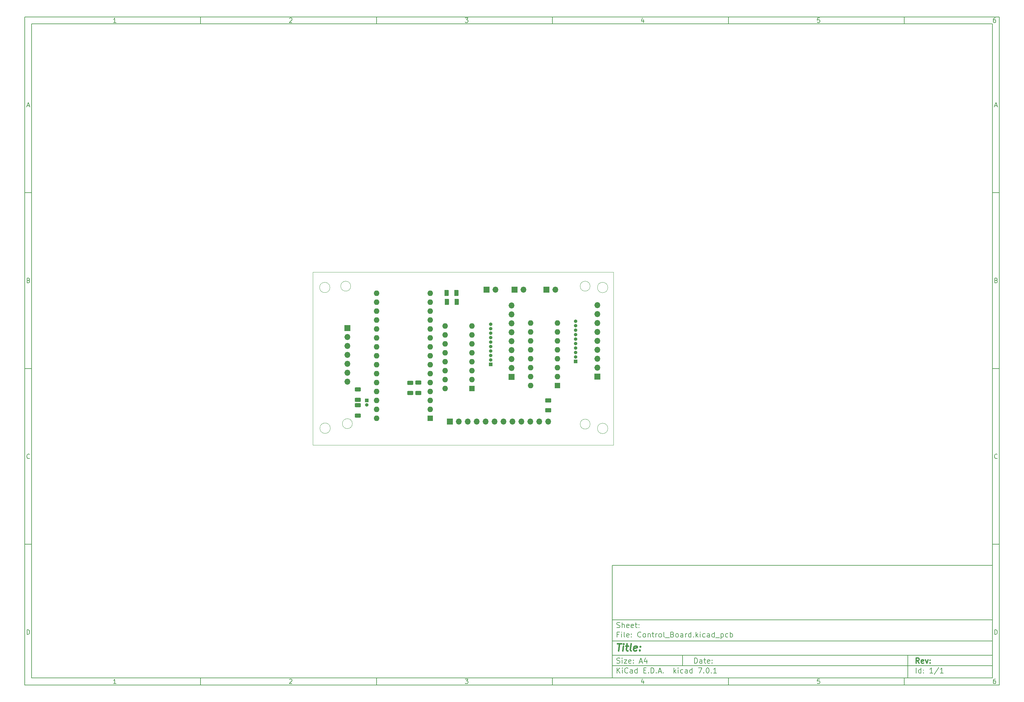
<source format=gbr>
%TF.GenerationSoftware,KiCad,Pcbnew,7.0.1*%
%TF.CreationDate,2023-10-26T15:35:36+00:00*%
%TF.ProjectId,Control_Board,436f6e74-726f-46c5-9f42-6f6172642e6b,rev?*%
%TF.SameCoordinates,Original*%
%TF.FileFunction,Soldermask,Top*%
%TF.FilePolarity,Negative*%
%FSLAX45Y45*%
G04 Gerber Fmt 4.5, Leading zero omitted, Abs format (unit mm)*
G04 Created by KiCad (PCBNEW 7.0.1) date 2023-10-26 15:35:36*
%MOMM*%
%LPD*%
G01*
G04 APERTURE LIST*
G04 Aperture macros list*
%AMRoundRect*
0 Rectangle with rounded corners*
0 $1 Rounding radius*
0 $2 $3 $4 $5 $6 $7 $8 $9 X,Y pos of 4 corners*
0 Add a 4 corners polygon primitive as box body*
4,1,4,$2,$3,$4,$5,$6,$7,$8,$9,$2,$3,0*
0 Add four circle primitives for the rounded corners*
1,1,$1+$1,$2,$3*
1,1,$1+$1,$4,$5*
1,1,$1+$1,$6,$7*
1,1,$1+$1,$8,$9*
0 Add four rect primitives between the rounded corners*
20,1,$1+$1,$2,$3,$4,$5,0*
20,1,$1+$1,$4,$5,$6,$7,0*
20,1,$1+$1,$6,$7,$8,$9,0*
20,1,$1+$1,$8,$9,$2,$3,0*%
G04 Aperture macros list end*
%ADD10C,0.100000*%
%ADD11C,0.150000*%
%ADD12C,0.300000*%
%ADD13C,0.400000*%
%ADD14RoundRect,0.250000X0.625000X-0.312500X0.625000X0.312500X-0.625000X0.312500X-0.625000X-0.312500X0*%
%ADD15RoundRect,0.250000X-0.625000X0.312500X-0.625000X-0.312500X0.625000X-0.312500X0.625000X0.312500X0*%
%ADD16R,1.600000X1.600000*%
%ADD17O,1.600000X1.600000*%
%ADD18R,1.000000X1.000000*%
%ADD19O,1.000000X1.000000*%
%ADD20RoundRect,0.250000X0.375000X0.625000X-0.375000X0.625000X-0.375000X-0.625000X0.375000X-0.625000X0*%
%ADD21RoundRect,0.250000X0.625000X-0.375000X0.625000X0.375000X-0.625000X0.375000X-0.625000X-0.375000X0*%
%ADD22R,1.700000X1.700000*%
%ADD23O,1.700000X1.700000*%
%TA.AperFunction,Profile*%
%ADD24C,0.100000*%
%TD*%
G04 APERTURE END LIST*
D10*
D11*
X17700220Y-16600720D02*
X28500220Y-16600720D01*
X28500220Y-19800720D01*
X17700220Y-19800720D01*
X17700220Y-16600720D01*
D10*
D11*
X1000000Y-1000000D02*
X28700220Y-1000000D01*
X28700220Y-20000720D01*
X1000000Y-20000720D01*
X1000000Y-1000000D01*
D10*
D11*
X1200000Y-1200000D02*
X28500220Y-1200000D01*
X28500220Y-19800720D01*
X1200000Y-19800720D01*
X1200000Y-1200000D01*
D10*
D11*
X6000000Y-1200000D02*
X6000000Y-1000000D01*
D10*
D11*
X11000000Y-1200000D02*
X11000000Y-1000000D01*
D10*
D11*
X16000000Y-1200000D02*
X16000000Y-1000000D01*
D10*
D11*
X21000000Y-1200000D02*
X21000000Y-1000000D01*
D10*
D11*
X26000000Y-1200000D02*
X26000000Y-1000000D01*
D10*
D11*
X3599048Y-1160140D02*
X3524762Y-1160140D01*
X3561905Y-1160140D02*
X3561905Y-1030140D01*
X3561905Y-1030140D02*
X3549524Y-1048712D01*
X3549524Y-1048712D02*
X3537143Y-1061093D01*
X3537143Y-1061093D02*
X3524762Y-1067283D01*
D10*
D11*
X8524762Y-1042521D02*
X8530952Y-1036331D01*
X8530952Y-1036331D02*
X8543333Y-1030140D01*
X8543333Y-1030140D02*
X8574286Y-1030140D01*
X8574286Y-1030140D02*
X8586667Y-1036331D01*
X8586667Y-1036331D02*
X8592857Y-1042521D01*
X8592857Y-1042521D02*
X8599048Y-1054902D01*
X8599048Y-1054902D02*
X8599048Y-1067283D01*
X8599048Y-1067283D02*
X8592857Y-1085855D01*
X8592857Y-1085855D02*
X8518571Y-1160140D01*
X8518571Y-1160140D02*
X8599048Y-1160140D01*
D10*
D11*
X13518571Y-1030140D02*
X13599048Y-1030140D01*
X13599048Y-1030140D02*
X13555714Y-1079664D01*
X13555714Y-1079664D02*
X13574286Y-1079664D01*
X13574286Y-1079664D02*
X13586667Y-1085855D01*
X13586667Y-1085855D02*
X13592857Y-1092045D01*
X13592857Y-1092045D02*
X13599048Y-1104426D01*
X13599048Y-1104426D02*
X13599048Y-1135379D01*
X13599048Y-1135379D02*
X13592857Y-1147760D01*
X13592857Y-1147760D02*
X13586667Y-1153950D01*
X13586667Y-1153950D02*
X13574286Y-1160140D01*
X13574286Y-1160140D02*
X13537143Y-1160140D01*
X13537143Y-1160140D02*
X13524762Y-1153950D01*
X13524762Y-1153950D02*
X13518571Y-1147760D01*
D10*
D11*
X18586667Y-1073474D02*
X18586667Y-1160140D01*
X18555714Y-1023950D02*
X18524762Y-1116807D01*
X18524762Y-1116807D02*
X18605238Y-1116807D01*
D10*
D11*
X23592857Y-1030140D02*
X23530952Y-1030140D01*
X23530952Y-1030140D02*
X23524762Y-1092045D01*
X23524762Y-1092045D02*
X23530952Y-1085855D01*
X23530952Y-1085855D02*
X23543333Y-1079664D01*
X23543333Y-1079664D02*
X23574286Y-1079664D01*
X23574286Y-1079664D02*
X23586667Y-1085855D01*
X23586667Y-1085855D02*
X23592857Y-1092045D01*
X23592857Y-1092045D02*
X23599048Y-1104426D01*
X23599048Y-1104426D02*
X23599048Y-1135379D01*
X23599048Y-1135379D02*
X23592857Y-1147760D01*
X23592857Y-1147760D02*
X23586667Y-1153950D01*
X23586667Y-1153950D02*
X23574286Y-1160140D01*
X23574286Y-1160140D02*
X23543333Y-1160140D01*
X23543333Y-1160140D02*
X23530952Y-1153950D01*
X23530952Y-1153950D02*
X23524762Y-1147760D01*
D10*
D11*
X28586667Y-1030140D02*
X28561905Y-1030140D01*
X28561905Y-1030140D02*
X28549524Y-1036331D01*
X28549524Y-1036331D02*
X28543333Y-1042521D01*
X28543333Y-1042521D02*
X28530952Y-1061093D01*
X28530952Y-1061093D02*
X28524762Y-1085855D01*
X28524762Y-1085855D02*
X28524762Y-1135379D01*
X28524762Y-1135379D02*
X28530952Y-1147760D01*
X28530952Y-1147760D02*
X28537143Y-1153950D01*
X28537143Y-1153950D02*
X28549524Y-1160140D01*
X28549524Y-1160140D02*
X28574286Y-1160140D01*
X28574286Y-1160140D02*
X28586667Y-1153950D01*
X28586667Y-1153950D02*
X28592857Y-1147760D01*
X28592857Y-1147760D02*
X28599048Y-1135379D01*
X28599048Y-1135379D02*
X28599048Y-1104426D01*
X28599048Y-1104426D02*
X28592857Y-1092045D01*
X28592857Y-1092045D02*
X28586667Y-1085855D01*
X28586667Y-1085855D02*
X28574286Y-1079664D01*
X28574286Y-1079664D02*
X28549524Y-1079664D01*
X28549524Y-1079664D02*
X28537143Y-1085855D01*
X28537143Y-1085855D02*
X28530952Y-1092045D01*
X28530952Y-1092045D02*
X28524762Y-1104426D01*
D10*
D11*
X6000000Y-19800720D02*
X6000000Y-20000720D01*
D10*
D11*
X11000000Y-19800720D02*
X11000000Y-20000720D01*
D10*
D11*
X16000000Y-19800720D02*
X16000000Y-20000720D01*
D10*
D11*
X21000000Y-19800720D02*
X21000000Y-20000720D01*
D10*
D11*
X26000000Y-19800720D02*
X26000000Y-20000720D01*
D10*
D11*
X3599048Y-19960860D02*
X3524762Y-19960860D01*
X3561905Y-19960860D02*
X3561905Y-19830860D01*
X3561905Y-19830860D02*
X3549524Y-19849432D01*
X3549524Y-19849432D02*
X3537143Y-19861813D01*
X3537143Y-19861813D02*
X3524762Y-19868003D01*
D10*
D11*
X8524762Y-19843241D02*
X8530952Y-19837051D01*
X8530952Y-19837051D02*
X8543333Y-19830860D01*
X8543333Y-19830860D02*
X8574286Y-19830860D01*
X8574286Y-19830860D02*
X8586667Y-19837051D01*
X8586667Y-19837051D02*
X8592857Y-19843241D01*
X8592857Y-19843241D02*
X8599048Y-19855622D01*
X8599048Y-19855622D02*
X8599048Y-19868003D01*
X8599048Y-19868003D02*
X8592857Y-19886575D01*
X8592857Y-19886575D02*
X8518571Y-19960860D01*
X8518571Y-19960860D02*
X8599048Y-19960860D01*
D10*
D11*
X13518571Y-19830860D02*
X13599048Y-19830860D01*
X13599048Y-19830860D02*
X13555714Y-19880384D01*
X13555714Y-19880384D02*
X13574286Y-19880384D01*
X13574286Y-19880384D02*
X13586667Y-19886575D01*
X13586667Y-19886575D02*
X13592857Y-19892765D01*
X13592857Y-19892765D02*
X13599048Y-19905146D01*
X13599048Y-19905146D02*
X13599048Y-19936099D01*
X13599048Y-19936099D02*
X13592857Y-19948480D01*
X13592857Y-19948480D02*
X13586667Y-19954670D01*
X13586667Y-19954670D02*
X13574286Y-19960860D01*
X13574286Y-19960860D02*
X13537143Y-19960860D01*
X13537143Y-19960860D02*
X13524762Y-19954670D01*
X13524762Y-19954670D02*
X13518571Y-19948480D01*
D10*
D11*
X18586667Y-19874194D02*
X18586667Y-19960860D01*
X18555714Y-19824670D02*
X18524762Y-19917527D01*
X18524762Y-19917527D02*
X18605238Y-19917527D01*
D10*
D11*
X23592857Y-19830860D02*
X23530952Y-19830860D01*
X23530952Y-19830860D02*
X23524762Y-19892765D01*
X23524762Y-19892765D02*
X23530952Y-19886575D01*
X23530952Y-19886575D02*
X23543333Y-19880384D01*
X23543333Y-19880384D02*
X23574286Y-19880384D01*
X23574286Y-19880384D02*
X23586667Y-19886575D01*
X23586667Y-19886575D02*
X23592857Y-19892765D01*
X23592857Y-19892765D02*
X23599048Y-19905146D01*
X23599048Y-19905146D02*
X23599048Y-19936099D01*
X23599048Y-19936099D02*
X23592857Y-19948480D01*
X23592857Y-19948480D02*
X23586667Y-19954670D01*
X23586667Y-19954670D02*
X23574286Y-19960860D01*
X23574286Y-19960860D02*
X23543333Y-19960860D01*
X23543333Y-19960860D02*
X23530952Y-19954670D01*
X23530952Y-19954670D02*
X23524762Y-19948480D01*
D10*
D11*
X28586667Y-19830860D02*
X28561905Y-19830860D01*
X28561905Y-19830860D02*
X28549524Y-19837051D01*
X28549524Y-19837051D02*
X28543333Y-19843241D01*
X28543333Y-19843241D02*
X28530952Y-19861813D01*
X28530952Y-19861813D02*
X28524762Y-19886575D01*
X28524762Y-19886575D02*
X28524762Y-19936099D01*
X28524762Y-19936099D02*
X28530952Y-19948480D01*
X28530952Y-19948480D02*
X28537143Y-19954670D01*
X28537143Y-19954670D02*
X28549524Y-19960860D01*
X28549524Y-19960860D02*
X28574286Y-19960860D01*
X28574286Y-19960860D02*
X28586667Y-19954670D01*
X28586667Y-19954670D02*
X28592857Y-19948480D01*
X28592857Y-19948480D02*
X28599048Y-19936099D01*
X28599048Y-19936099D02*
X28599048Y-19905146D01*
X28599048Y-19905146D02*
X28592857Y-19892765D01*
X28592857Y-19892765D02*
X28586667Y-19886575D01*
X28586667Y-19886575D02*
X28574286Y-19880384D01*
X28574286Y-19880384D02*
X28549524Y-19880384D01*
X28549524Y-19880384D02*
X28537143Y-19886575D01*
X28537143Y-19886575D02*
X28530952Y-19892765D01*
X28530952Y-19892765D02*
X28524762Y-19905146D01*
D10*
D11*
X1000000Y-6000000D02*
X1200000Y-6000000D01*
D10*
D11*
X1000000Y-11000000D02*
X1200000Y-11000000D01*
D10*
D11*
X1000000Y-16000000D02*
X1200000Y-16000000D01*
D10*
D11*
X1069048Y-3522998D02*
X1130952Y-3522998D01*
X1056667Y-3560140D02*
X1100000Y-3430140D01*
X1100000Y-3430140D02*
X1143333Y-3560140D01*
D10*
D11*
X1109286Y-8492045D02*
X1127857Y-8498236D01*
X1127857Y-8498236D02*
X1134048Y-8504426D01*
X1134048Y-8504426D02*
X1140238Y-8516807D01*
X1140238Y-8516807D02*
X1140238Y-8535379D01*
X1140238Y-8535379D02*
X1134048Y-8547760D01*
X1134048Y-8547760D02*
X1127857Y-8553950D01*
X1127857Y-8553950D02*
X1115476Y-8560140D01*
X1115476Y-8560140D02*
X1065952Y-8560140D01*
X1065952Y-8560140D02*
X1065952Y-8430140D01*
X1065952Y-8430140D02*
X1109286Y-8430140D01*
X1109286Y-8430140D02*
X1121667Y-8436331D01*
X1121667Y-8436331D02*
X1127857Y-8442521D01*
X1127857Y-8442521D02*
X1134048Y-8454902D01*
X1134048Y-8454902D02*
X1134048Y-8467283D01*
X1134048Y-8467283D02*
X1127857Y-8479664D01*
X1127857Y-8479664D02*
X1121667Y-8485855D01*
X1121667Y-8485855D02*
X1109286Y-8492045D01*
X1109286Y-8492045D02*
X1065952Y-8492045D01*
D10*
D11*
X1140238Y-13547759D02*
X1134048Y-13553950D01*
X1134048Y-13553950D02*
X1115476Y-13560140D01*
X1115476Y-13560140D02*
X1103095Y-13560140D01*
X1103095Y-13560140D02*
X1084524Y-13553950D01*
X1084524Y-13553950D02*
X1072143Y-13541569D01*
X1072143Y-13541569D02*
X1065952Y-13529188D01*
X1065952Y-13529188D02*
X1059762Y-13504426D01*
X1059762Y-13504426D02*
X1059762Y-13485855D01*
X1059762Y-13485855D02*
X1065952Y-13461093D01*
X1065952Y-13461093D02*
X1072143Y-13448712D01*
X1072143Y-13448712D02*
X1084524Y-13436331D01*
X1084524Y-13436331D02*
X1103095Y-13430140D01*
X1103095Y-13430140D02*
X1115476Y-13430140D01*
X1115476Y-13430140D02*
X1134048Y-13436331D01*
X1134048Y-13436331D02*
X1140238Y-13442521D01*
D10*
D11*
X1065952Y-18560140D02*
X1065952Y-18430140D01*
X1065952Y-18430140D02*
X1096905Y-18430140D01*
X1096905Y-18430140D02*
X1115476Y-18436331D01*
X1115476Y-18436331D02*
X1127857Y-18448712D01*
X1127857Y-18448712D02*
X1134048Y-18461093D01*
X1134048Y-18461093D02*
X1140238Y-18485855D01*
X1140238Y-18485855D02*
X1140238Y-18504426D01*
X1140238Y-18504426D02*
X1134048Y-18529188D01*
X1134048Y-18529188D02*
X1127857Y-18541569D01*
X1127857Y-18541569D02*
X1115476Y-18553950D01*
X1115476Y-18553950D02*
X1096905Y-18560140D01*
X1096905Y-18560140D02*
X1065952Y-18560140D01*
D10*
D11*
X28700220Y-6000000D02*
X28500220Y-6000000D01*
D10*
D11*
X28700220Y-11000000D02*
X28500220Y-11000000D01*
D10*
D11*
X28700220Y-16000000D02*
X28500220Y-16000000D01*
D10*
D11*
X28569268Y-3522998D02*
X28631172Y-3522998D01*
X28556887Y-3560140D02*
X28600220Y-3430140D01*
X28600220Y-3430140D02*
X28643553Y-3560140D01*
D10*
D11*
X28609506Y-8492045D02*
X28628077Y-8498236D01*
X28628077Y-8498236D02*
X28634268Y-8504426D01*
X28634268Y-8504426D02*
X28640458Y-8516807D01*
X28640458Y-8516807D02*
X28640458Y-8535379D01*
X28640458Y-8535379D02*
X28634268Y-8547760D01*
X28634268Y-8547760D02*
X28628077Y-8553950D01*
X28628077Y-8553950D02*
X28615696Y-8560140D01*
X28615696Y-8560140D02*
X28566172Y-8560140D01*
X28566172Y-8560140D02*
X28566172Y-8430140D01*
X28566172Y-8430140D02*
X28609506Y-8430140D01*
X28609506Y-8430140D02*
X28621887Y-8436331D01*
X28621887Y-8436331D02*
X28628077Y-8442521D01*
X28628077Y-8442521D02*
X28634268Y-8454902D01*
X28634268Y-8454902D02*
X28634268Y-8467283D01*
X28634268Y-8467283D02*
X28628077Y-8479664D01*
X28628077Y-8479664D02*
X28621887Y-8485855D01*
X28621887Y-8485855D02*
X28609506Y-8492045D01*
X28609506Y-8492045D02*
X28566172Y-8492045D01*
D10*
D11*
X28640458Y-13547759D02*
X28634268Y-13553950D01*
X28634268Y-13553950D02*
X28615696Y-13560140D01*
X28615696Y-13560140D02*
X28603315Y-13560140D01*
X28603315Y-13560140D02*
X28584744Y-13553950D01*
X28584744Y-13553950D02*
X28572363Y-13541569D01*
X28572363Y-13541569D02*
X28566172Y-13529188D01*
X28566172Y-13529188D02*
X28559982Y-13504426D01*
X28559982Y-13504426D02*
X28559982Y-13485855D01*
X28559982Y-13485855D02*
X28566172Y-13461093D01*
X28566172Y-13461093D02*
X28572363Y-13448712D01*
X28572363Y-13448712D02*
X28584744Y-13436331D01*
X28584744Y-13436331D02*
X28603315Y-13430140D01*
X28603315Y-13430140D02*
X28615696Y-13430140D01*
X28615696Y-13430140D02*
X28634268Y-13436331D01*
X28634268Y-13436331D02*
X28640458Y-13442521D01*
D10*
D11*
X28566172Y-18560140D02*
X28566172Y-18430140D01*
X28566172Y-18430140D02*
X28597125Y-18430140D01*
X28597125Y-18430140D02*
X28615696Y-18436331D01*
X28615696Y-18436331D02*
X28628077Y-18448712D01*
X28628077Y-18448712D02*
X28634268Y-18461093D01*
X28634268Y-18461093D02*
X28640458Y-18485855D01*
X28640458Y-18485855D02*
X28640458Y-18504426D01*
X28640458Y-18504426D02*
X28634268Y-18529188D01*
X28634268Y-18529188D02*
X28628077Y-18541569D01*
X28628077Y-18541569D02*
X28615696Y-18553950D01*
X28615696Y-18553950D02*
X28597125Y-18560140D01*
X28597125Y-18560140D02*
X28566172Y-18560140D01*
D10*
D11*
X20035934Y-19380113D02*
X20035934Y-19230113D01*
X20035934Y-19230113D02*
X20071649Y-19230113D01*
X20071649Y-19230113D02*
X20093077Y-19237256D01*
X20093077Y-19237256D02*
X20107363Y-19251541D01*
X20107363Y-19251541D02*
X20114506Y-19265827D01*
X20114506Y-19265827D02*
X20121649Y-19294399D01*
X20121649Y-19294399D02*
X20121649Y-19315827D01*
X20121649Y-19315827D02*
X20114506Y-19344399D01*
X20114506Y-19344399D02*
X20107363Y-19358684D01*
X20107363Y-19358684D02*
X20093077Y-19372970D01*
X20093077Y-19372970D02*
X20071649Y-19380113D01*
X20071649Y-19380113D02*
X20035934Y-19380113D01*
X20250220Y-19380113D02*
X20250220Y-19301541D01*
X20250220Y-19301541D02*
X20243077Y-19287256D01*
X20243077Y-19287256D02*
X20228791Y-19280113D01*
X20228791Y-19280113D02*
X20200220Y-19280113D01*
X20200220Y-19280113D02*
X20185934Y-19287256D01*
X20250220Y-19372970D02*
X20235934Y-19380113D01*
X20235934Y-19380113D02*
X20200220Y-19380113D01*
X20200220Y-19380113D02*
X20185934Y-19372970D01*
X20185934Y-19372970D02*
X20178791Y-19358684D01*
X20178791Y-19358684D02*
X20178791Y-19344399D01*
X20178791Y-19344399D02*
X20185934Y-19330113D01*
X20185934Y-19330113D02*
X20200220Y-19322970D01*
X20200220Y-19322970D02*
X20235934Y-19322970D01*
X20235934Y-19322970D02*
X20250220Y-19315827D01*
X20300220Y-19280113D02*
X20357363Y-19280113D01*
X20321649Y-19230113D02*
X20321649Y-19358684D01*
X20321649Y-19358684D02*
X20328791Y-19372970D01*
X20328791Y-19372970D02*
X20343077Y-19380113D01*
X20343077Y-19380113D02*
X20357363Y-19380113D01*
X20464506Y-19372970D02*
X20450220Y-19380113D01*
X20450220Y-19380113D02*
X20421649Y-19380113D01*
X20421649Y-19380113D02*
X20407363Y-19372970D01*
X20407363Y-19372970D02*
X20400220Y-19358684D01*
X20400220Y-19358684D02*
X20400220Y-19301541D01*
X20400220Y-19301541D02*
X20407363Y-19287256D01*
X20407363Y-19287256D02*
X20421649Y-19280113D01*
X20421649Y-19280113D02*
X20450220Y-19280113D01*
X20450220Y-19280113D02*
X20464506Y-19287256D01*
X20464506Y-19287256D02*
X20471649Y-19301541D01*
X20471649Y-19301541D02*
X20471649Y-19315827D01*
X20471649Y-19315827D02*
X20400220Y-19330113D01*
X20535934Y-19365827D02*
X20543077Y-19372970D01*
X20543077Y-19372970D02*
X20535934Y-19380113D01*
X20535934Y-19380113D02*
X20528791Y-19372970D01*
X20528791Y-19372970D02*
X20535934Y-19365827D01*
X20535934Y-19365827D02*
X20535934Y-19380113D01*
X20535934Y-19287256D02*
X20543077Y-19294399D01*
X20543077Y-19294399D02*
X20535934Y-19301541D01*
X20535934Y-19301541D02*
X20528791Y-19294399D01*
X20528791Y-19294399D02*
X20535934Y-19287256D01*
X20535934Y-19287256D02*
X20535934Y-19301541D01*
D10*
D11*
X17700220Y-19450720D02*
X28500220Y-19450720D01*
D10*
D11*
X17835934Y-19660113D02*
X17835934Y-19510113D01*
X17921649Y-19660113D02*
X17857363Y-19574399D01*
X17921649Y-19510113D02*
X17835934Y-19595827D01*
X17985934Y-19660113D02*
X17985934Y-19560113D01*
X17985934Y-19510113D02*
X17978791Y-19517256D01*
X17978791Y-19517256D02*
X17985934Y-19524399D01*
X17985934Y-19524399D02*
X17993077Y-19517256D01*
X17993077Y-19517256D02*
X17985934Y-19510113D01*
X17985934Y-19510113D02*
X17985934Y-19524399D01*
X18143077Y-19645827D02*
X18135934Y-19652970D01*
X18135934Y-19652970D02*
X18114506Y-19660113D01*
X18114506Y-19660113D02*
X18100220Y-19660113D01*
X18100220Y-19660113D02*
X18078791Y-19652970D01*
X18078791Y-19652970D02*
X18064506Y-19638684D01*
X18064506Y-19638684D02*
X18057363Y-19624399D01*
X18057363Y-19624399D02*
X18050220Y-19595827D01*
X18050220Y-19595827D02*
X18050220Y-19574399D01*
X18050220Y-19574399D02*
X18057363Y-19545827D01*
X18057363Y-19545827D02*
X18064506Y-19531541D01*
X18064506Y-19531541D02*
X18078791Y-19517256D01*
X18078791Y-19517256D02*
X18100220Y-19510113D01*
X18100220Y-19510113D02*
X18114506Y-19510113D01*
X18114506Y-19510113D02*
X18135934Y-19517256D01*
X18135934Y-19517256D02*
X18143077Y-19524399D01*
X18271649Y-19660113D02*
X18271649Y-19581541D01*
X18271649Y-19581541D02*
X18264506Y-19567256D01*
X18264506Y-19567256D02*
X18250220Y-19560113D01*
X18250220Y-19560113D02*
X18221649Y-19560113D01*
X18221649Y-19560113D02*
X18207363Y-19567256D01*
X18271649Y-19652970D02*
X18257363Y-19660113D01*
X18257363Y-19660113D02*
X18221649Y-19660113D01*
X18221649Y-19660113D02*
X18207363Y-19652970D01*
X18207363Y-19652970D02*
X18200220Y-19638684D01*
X18200220Y-19638684D02*
X18200220Y-19624399D01*
X18200220Y-19624399D02*
X18207363Y-19610113D01*
X18207363Y-19610113D02*
X18221649Y-19602970D01*
X18221649Y-19602970D02*
X18257363Y-19602970D01*
X18257363Y-19602970D02*
X18271649Y-19595827D01*
X18407363Y-19660113D02*
X18407363Y-19510113D01*
X18407363Y-19652970D02*
X18393077Y-19660113D01*
X18393077Y-19660113D02*
X18364506Y-19660113D01*
X18364506Y-19660113D02*
X18350220Y-19652970D01*
X18350220Y-19652970D02*
X18343077Y-19645827D01*
X18343077Y-19645827D02*
X18335934Y-19631541D01*
X18335934Y-19631541D02*
X18335934Y-19588684D01*
X18335934Y-19588684D02*
X18343077Y-19574399D01*
X18343077Y-19574399D02*
X18350220Y-19567256D01*
X18350220Y-19567256D02*
X18364506Y-19560113D01*
X18364506Y-19560113D02*
X18393077Y-19560113D01*
X18393077Y-19560113D02*
X18407363Y-19567256D01*
X18593077Y-19581541D02*
X18643077Y-19581541D01*
X18664506Y-19660113D02*
X18593077Y-19660113D01*
X18593077Y-19660113D02*
X18593077Y-19510113D01*
X18593077Y-19510113D02*
X18664506Y-19510113D01*
X18728791Y-19645827D02*
X18735934Y-19652970D01*
X18735934Y-19652970D02*
X18728791Y-19660113D01*
X18728791Y-19660113D02*
X18721649Y-19652970D01*
X18721649Y-19652970D02*
X18728791Y-19645827D01*
X18728791Y-19645827D02*
X18728791Y-19660113D01*
X18800220Y-19660113D02*
X18800220Y-19510113D01*
X18800220Y-19510113D02*
X18835934Y-19510113D01*
X18835934Y-19510113D02*
X18857363Y-19517256D01*
X18857363Y-19517256D02*
X18871649Y-19531541D01*
X18871649Y-19531541D02*
X18878792Y-19545827D01*
X18878792Y-19545827D02*
X18885934Y-19574399D01*
X18885934Y-19574399D02*
X18885934Y-19595827D01*
X18885934Y-19595827D02*
X18878792Y-19624399D01*
X18878792Y-19624399D02*
X18871649Y-19638684D01*
X18871649Y-19638684D02*
X18857363Y-19652970D01*
X18857363Y-19652970D02*
X18835934Y-19660113D01*
X18835934Y-19660113D02*
X18800220Y-19660113D01*
X18950220Y-19645827D02*
X18957363Y-19652970D01*
X18957363Y-19652970D02*
X18950220Y-19660113D01*
X18950220Y-19660113D02*
X18943077Y-19652970D01*
X18943077Y-19652970D02*
X18950220Y-19645827D01*
X18950220Y-19645827D02*
X18950220Y-19660113D01*
X19014506Y-19617256D02*
X19085934Y-19617256D01*
X19000220Y-19660113D02*
X19050220Y-19510113D01*
X19050220Y-19510113D02*
X19100220Y-19660113D01*
X19150220Y-19645827D02*
X19157363Y-19652970D01*
X19157363Y-19652970D02*
X19150220Y-19660113D01*
X19150220Y-19660113D02*
X19143077Y-19652970D01*
X19143077Y-19652970D02*
X19150220Y-19645827D01*
X19150220Y-19645827D02*
X19150220Y-19660113D01*
X19450220Y-19660113D02*
X19450220Y-19510113D01*
X19464506Y-19602970D02*
X19507363Y-19660113D01*
X19507363Y-19560113D02*
X19450220Y-19617256D01*
X19571649Y-19660113D02*
X19571649Y-19560113D01*
X19571649Y-19510113D02*
X19564506Y-19517256D01*
X19564506Y-19517256D02*
X19571649Y-19524399D01*
X19571649Y-19524399D02*
X19578792Y-19517256D01*
X19578792Y-19517256D02*
X19571649Y-19510113D01*
X19571649Y-19510113D02*
X19571649Y-19524399D01*
X19707363Y-19652970D02*
X19693077Y-19660113D01*
X19693077Y-19660113D02*
X19664506Y-19660113D01*
X19664506Y-19660113D02*
X19650220Y-19652970D01*
X19650220Y-19652970D02*
X19643077Y-19645827D01*
X19643077Y-19645827D02*
X19635934Y-19631541D01*
X19635934Y-19631541D02*
X19635934Y-19588684D01*
X19635934Y-19588684D02*
X19643077Y-19574399D01*
X19643077Y-19574399D02*
X19650220Y-19567256D01*
X19650220Y-19567256D02*
X19664506Y-19560113D01*
X19664506Y-19560113D02*
X19693077Y-19560113D01*
X19693077Y-19560113D02*
X19707363Y-19567256D01*
X19835934Y-19660113D02*
X19835934Y-19581541D01*
X19835934Y-19581541D02*
X19828792Y-19567256D01*
X19828792Y-19567256D02*
X19814506Y-19560113D01*
X19814506Y-19560113D02*
X19785934Y-19560113D01*
X19785934Y-19560113D02*
X19771649Y-19567256D01*
X19835934Y-19652970D02*
X19821649Y-19660113D01*
X19821649Y-19660113D02*
X19785934Y-19660113D01*
X19785934Y-19660113D02*
X19771649Y-19652970D01*
X19771649Y-19652970D02*
X19764506Y-19638684D01*
X19764506Y-19638684D02*
X19764506Y-19624399D01*
X19764506Y-19624399D02*
X19771649Y-19610113D01*
X19771649Y-19610113D02*
X19785934Y-19602970D01*
X19785934Y-19602970D02*
X19821649Y-19602970D01*
X19821649Y-19602970D02*
X19835934Y-19595827D01*
X19971649Y-19660113D02*
X19971649Y-19510113D01*
X19971649Y-19652970D02*
X19957363Y-19660113D01*
X19957363Y-19660113D02*
X19928792Y-19660113D01*
X19928792Y-19660113D02*
X19914506Y-19652970D01*
X19914506Y-19652970D02*
X19907363Y-19645827D01*
X19907363Y-19645827D02*
X19900220Y-19631541D01*
X19900220Y-19631541D02*
X19900220Y-19588684D01*
X19900220Y-19588684D02*
X19907363Y-19574399D01*
X19907363Y-19574399D02*
X19914506Y-19567256D01*
X19914506Y-19567256D02*
X19928792Y-19560113D01*
X19928792Y-19560113D02*
X19957363Y-19560113D01*
X19957363Y-19560113D02*
X19971649Y-19567256D01*
X20143077Y-19510113D02*
X20243077Y-19510113D01*
X20243077Y-19510113D02*
X20178792Y-19660113D01*
X20300220Y-19645827D02*
X20307363Y-19652970D01*
X20307363Y-19652970D02*
X20300220Y-19660113D01*
X20300220Y-19660113D02*
X20293077Y-19652970D01*
X20293077Y-19652970D02*
X20300220Y-19645827D01*
X20300220Y-19645827D02*
X20300220Y-19660113D01*
X20400220Y-19510113D02*
X20414506Y-19510113D01*
X20414506Y-19510113D02*
X20428792Y-19517256D01*
X20428792Y-19517256D02*
X20435934Y-19524399D01*
X20435934Y-19524399D02*
X20443077Y-19538684D01*
X20443077Y-19538684D02*
X20450220Y-19567256D01*
X20450220Y-19567256D02*
X20450220Y-19602970D01*
X20450220Y-19602970D02*
X20443077Y-19631541D01*
X20443077Y-19631541D02*
X20435934Y-19645827D01*
X20435934Y-19645827D02*
X20428792Y-19652970D01*
X20428792Y-19652970D02*
X20414506Y-19660113D01*
X20414506Y-19660113D02*
X20400220Y-19660113D01*
X20400220Y-19660113D02*
X20385934Y-19652970D01*
X20385934Y-19652970D02*
X20378792Y-19645827D01*
X20378792Y-19645827D02*
X20371649Y-19631541D01*
X20371649Y-19631541D02*
X20364506Y-19602970D01*
X20364506Y-19602970D02*
X20364506Y-19567256D01*
X20364506Y-19567256D02*
X20371649Y-19538684D01*
X20371649Y-19538684D02*
X20378792Y-19524399D01*
X20378792Y-19524399D02*
X20385934Y-19517256D01*
X20385934Y-19517256D02*
X20400220Y-19510113D01*
X20514506Y-19645827D02*
X20521649Y-19652970D01*
X20521649Y-19652970D02*
X20514506Y-19660113D01*
X20514506Y-19660113D02*
X20507363Y-19652970D01*
X20507363Y-19652970D02*
X20514506Y-19645827D01*
X20514506Y-19645827D02*
X20514506Y-19660113D01*
X20664506Y-19660113D02*
X20578792Y-19660113D01*
X20621649Y-19660113D02*
X20621649Y-19510113D01*
X20621649Y-19510113D02*
X20607363Y-19531541D01*
X20607363Y-19531541D02*
X20593077Y-19545827D01*
X20593077Y-19545827D02*
X20578792Y-19552970D01*
D10*
D11*
X17700220Y-19150720D02*
X28500220Y-19150720D01*
D10*
D12*
X26421648Y-19380113D02*
X26371648Y-19308684D01*
X26335934Y-19380113D02*
X26335934Y-19230113D01*
X26335934Y-19230113D02*
X26393077Y-19230113D01*
X26393077Y-19230113D02*
X26407363Y-19237256D01*
X26407363Y-19237256D02*
X26414506Y-19244399D01*
X26414506Y-19244399D02*
X26421648Y-19258684D01*
X26421648Y-19258684D02*
X26421648Y-19280113D01*
X26421648Y-19280113D02*
X26414506Y-19294399D01*
X26414506Y-19294399D02*
X26407363Y-19301541D01*
X26407363Y-19301541D02*
X26393077Y-19308684D01*
X26393077Y-19308684D02*
X26335934Y-19308684D01*
X26543077Y-19372970D02*
X26528791Y-19380113D01*
X26528791Y-19380113D02*
X26500220Y-19380113D01*
X26500220Y-19380113D02*
X26485934Y-19372970D01*
X26485934Y-19372970D02*
X26478791Y-19358684D01*
X26478791Y-19358684D02*
X26478791Y-19301541D01*
X26478791Y-19301541D02*
X26485934Y-19287256D01*
X26485934Y-19287256D02*
X26500220Y-19280113D01*
X26500220Y-19280113D02*
X26528791Y-19280113D01*
X26528791Y-19280113D02*
X26543077Y-19287256D01*
X26543077Y-19287256D02*
X26550220Y-19301541D01*
X26550220Y-19301541D02*
X26550220Y-19315827D01*
X26550220Y-19315827D02*
X26478791Y-19330113D01*
X26600220Y-19280113D02*
X26635934Y-19380113D01*
X26635934Y-19380113D02*
X26671648Y-19280113D01*
X26728791Y-19365827D02*
X26735934Y-19372970D01*
X26735934Y-19372970D02*
X26728791Y-19380113D01*
X26728791Y-19380113D02*
X26721648Y-19372970D01*
X26721648Y-19372970D02*
X26728791Y-19365827D01*
X26728791Y-19365827D02*
X26728791Y-19380113D01*
X26728791Y-19287256D02*
X26735934Y-19294399D01*
X26735934Y-19294399D02*
X26728791Y-19301541D01*
X26728791Y-19301541D02*
X26721648Y-19294399D01*
X26721648Y-19294399D02*
X26728791Y-19287256D01*
X26728791Y-19287256D02*
X26728791Y-19301541D01*
D10*
D11*
X17828791Y-19372970D02*
X17850220Y-19380113D01*
X17850220Y-19380113D02*
X17885934Y-19380113D01*
X17885934Y-19380113D02*
X17900220Y-19372970D01*
X17900220Y-19372970D02*
X17907363Y-19365827D01*
X17907363Y-19365827D02*
X17914506Y-19351541D01*
X17914506Y-19351541D02*
X17914506Y-19337256D01*
X17914506Y-19337256D02*
X17907363Y-19322970D01*
X17907363Y-19322970D02*
X17900220Y-19315827D01*
X17900220Y-19315827D02*
X17885934Y-19308684D01*
X17885934Y-19308684D02*
X17857363Y-19301541D01*
X17857363Y-19301541D02*
X17843077Y-19294399D01*
X17843077Y-19294399D02*
X17835934Y-19287256D01*
X17835934Y-19287256D02*
X17828791Y-19272970D01*
X17828791Y-19272970D02*
X17828791Y-19258684D01*
X17828791Y-19258684D02*
X17835934Y-19244399D01*
X17835934Y-19244399D02*
X17843077Y-19237256D01*
X17843077Y-19237256D02*
X17857363Y-19230113D01*
X17857363Y-19230113D02*
X17893077Y-19230113D01*
X17893077Y-19230113D02*
X17914506Y-19237256D01*
X17978791Y-19380113D02*
X17978791Y-19280113D01*
X17978791Y-19230113D02*
X17971649Y-19237256D01*
X17971649Y-19237256D02*
X17978791Y-19244399D01*
X17978791Y-19244399D02*
X17985934Y-19237256D01*
X17985934Y-19237256D02*
X17978791Y-19230113D01*
X17978791Y-19230113D02*
X17978791Y-19244399D01*
X18035934Y-19280113D02*
X18114506Y-19280113D01*
X18114506Y-19280113D02*
X18035934Y-19380113D01*
X18035934Y-19380113D02*
X18114506Y-19380113D01*
X18228791Y-19372970D02*
X18214506Y-19380113D01*
X18214506Y-19380113D02*
X18185934Y-19380113D01*
X18185934Y-19380113D02*
X18171649Y-19372970D01*
X18171649Y-19372970D02*
X18164506Y-19358684D01*
X18164506Y-19358684D02*
X18164506Y-19301541D01*
X18164506Y-19301541D02*
X18171649Y-19287256D01*
X18171649Y-19287256D02*
X18185934Y-19280113D01*
X18185934Y-19280113D02*
X18214506Y-19280113D01*
X18214506Y-19280113D02*
X18228791Y-19287256D01*
X18228791Y-19287256D02*
X18235934Y-19301541D01*
X18235934Y-19301541D02*
X18235934Y-19315827D01*
X18235934Y-19315827D02*
X18164506Y-19330113D01*
X18300220Y-19365827D02*
X18307363Y-19372970D01*
X18307363Y-19372970D02*
X18300220Y-19380113D01*
X18300220Y-19380113D02*
X18293077Y-19372970D01*
X18293077Y-19372970D02*
X18300220Y-19365827D01*
X18300220Y-19365827D02*
X18300220Y-19380113D01*
X18300220Y-19287256D02*
X18307363Y-19294399D01*
X18307363Y-19294399D02*
X18300220Y-19301541D01*
X18300220Y-19301541D02*
X18293077Y-19294399D01*
X18293077Y-19294399D02*
X18300220Y-19287256D01*
X18300220Y-19287256D02*
X18300220Y-19301541D01*
X18478791Y-19337256D02*
X18550220Y-19337256D01*
X18464506Y-19380113D02*
X18514506Y-19230113D01*
X18514506Y-19230113D02*
X18564506Y-19380113D01*
X18678791Y-19280113D02*
X18678791Y-19380113D01*
X18643077Y-19222970D02*
X18607363Y-19330113D01*
X18607363Y-19330113D02*
X18700220Y-19330113D01*
D10*
D11*
X26335934Y-19660113D02*
X26335934Y-19510113D01*
X26471649Y-19660113D02*
X26471649Y-19510113D01*
X26471649Y-19652970D02*
X26457363Y-19660113D01*
X26457363Y-19660113D02*
X26428791Y-19660113D01*
X26428791Y-19660113D02*
X26414506Y-19652970D01*
X26414506Y-19652970D02*
X26407363Y-19645827D01*
X26407363Y-19645827D02*
X26400220Y-19631541D01*
X26400220Y-19631541D02*
X26400220Y-19588684D01*
X26400220Y-19588684D02*
X26407363Y-19574399D01*
X26407363Y-19574399D02*
X26414506Y-19567256D01*
X26414506Y-19567256D02*
X26428791Y-19560113D01*
X26428791Y-19560113D02*
X26457363Y-19560113D01*
X26457363Y-19560113D02*
X26471649Y-19567256D01*
X26543077Y-19645827D02*
X26550220Y-19652970D01*
X26550220Y-19652970D02*
X26543077Y-19660113D01*
X26543077Y-19660113D02*
X26535934Y-19652970D01*
X26535934Y-19652970D02*
X26543077Y-19645827D01*
X26543077Y-19645827D02*
X26543077Y-19660113D01*
X26543077Y-19567256D02*
X26550220Y-19574399D01*
X26550220Y-19574399D02*
X26543077Y-19581541D01*
X26543077Y-19581541D02*
X26535934Y-19574399D01*
X26535934Y-19574399D02*
X26543077Y-19567256D01*
X26543077Y-19567256D02*
X26543077Y-19581541D01*
X26807363Y-19660113D02*
X26721649Y-19660113D01*
X26764506Y-19660113D02*
X26764506Y-19510113D01*
X26764506Y-19510113D02*
X26750220Y-19531541D01*
X26750220Y-19531541D02*
X26735934Y-19545827D01*
X26735934Y-19545827D02*
X26721649Y-19552970D01*
X26978791Y-19502970D02*
X26850220Y-19695827D01*
X27107363Y-19660113D02*
X27021649Y-19660113D01*
X27064506Y-19660113D02*
X27064506Y-19510113D01*
X27064506Y-19510113D02*
X27050220Y-19531541D01*
X27050220Y-19531541D02*
X27035934Y-19545827D01*
X27035934Y-19545827D02*
X27021649Y-19552970D01*
D10*
D11*
X17700220Y-18750720D02*
X28500220Y-18750720D01*
D10*
D13*
X17843077Y-18823244D02*
X17957363Y-18823244D01*
X17875220Y-19023244D02*
X17900220Y-18823244D01*
X17997839Y-19023244D02*
X18014506Y-18889910D01*
X18022839Y-18823244D02*
X18012125Y-18832768D01*
X18012125Y-18832768D02*
X18020458Y-18842291D01*
X18020458Y-18842291D02*
X18031172Y-18832768D01*
X18031172Y-18832768D02*
X18022839Y-18823244D01*
X18022839Y-18823244D02*
X18020458Y-18842291D01*
X18079982Y-18889910D02*
X18156172Y-18889910D01*
X18116887Y-18823244D02*
X18095458Y-18994672D01*
X18095458Y-18994672D02*
X18102601Y-19013720D01*
X18102601Y-19013720D02*
X18120458Y-19023244D01*
X18120458Y-19023244D02*
X18139506Y-19023244D01*
X18233553Y-19023244D02*
X18215696Y-19013720D01*
X18215696Y-19013720D02*
X18208553Y-18994672D01*
X18208553Y-18994672D02*
X18229982Y-18823244D01*
X18385934Y-19013720D02*
X18365696Y-19023244D01*
X18365696Y-19023244D02*
X18327601Y-19023244D01*
X18327601Y-19023244D02*
X18309744Y-19013720D01*
X18309744Y-19013720D02*
X18302601Y-18994672D01*
X18302601Y-18994672D02*
X18312125Y-18918482D01*
X18312125Y-18918482D02*
X18324029Y-18899434D01*
X18324029Y-18899434D02*
X18344268Y-18889910D01*
X18344268Y-18889910D02*
X18382363Y-18889910D01*
X18382363Y-18889910D02*
X18400220Y-18899434D01*
X18400220Y-18899434D02*
X18407363Y-18918482D01*
X18407363Y-18918482D02*
X18404982Y-18937530D01*
X18404982Y-18937530D02*
X18307363Y-18956577D01*
X18481172Y-19004196D02*
X18489506Y-19013720D01*
X18489506Y-19013720D02*
X18478791Y-19023244D01*
X18478791Y-19023244D02*
X18470458Y-19013720D01*
X18470458Y-19013720D02*
X18481172Y-19004196D01*
X18481172Y-19004196D02*
X18478791Y-19023244D01*
X18494268Y-18899434D02*
X18502601Y-18908958D01*
X18502601Y-18908958D02*
X18491887Y-18918482D01*
X18491887Y-18918482D02*
X18483553Y-18908958D01*
X18483553Y-18908958D02*
X18494268Y-18899434D01*
X18494268Y-18899434D02*
X18491887Y-18918482D01*
D10*
D11*
X17885934Y-18561541D02*
X17835934Y-18561541D01*
X17835934Y-18640113D02*
X17835934Y-18490113D01*
X17835934Y-18490113D02*
X17907363Y-18490113D01*
X17964506Y-18640113D02*
X17964506Y-18540113D01*
X17964506Y-18490113D02*
X17957363Y-18497256D01*
X17957363Y-18497256D02*
X17964506Y-18504399D01*
X17964506Y-18504399D02*
X17971649Y-18497256D01*
X17971649Y-18497256D02*
X17964506Y-18490113D01*
X17964506Y-18490113D02*
X17964506Y-18504399D01*
X18057363Y-18640113D02*
X18043077Y-18632970D01*
X18043077Y-18632970D02*
X18035934Y-18618684D01*
X18035934Y-18618684D02*
X18035934Y-18490113D01*
X18171649Y-18632970D02*
X18157363Y-18640113D01*
X18157363Y-18640113D02*
X18128791Y-18640113D01*
X18128791Y-18640113D02*
X18114506Y-18632970D01*
X18114506Y-18632970D02*
X18107363Y-18618684D01*
X18107363Y-18618684D02*
X18107363Y-18561541D01*
X18107363Y-18561541D02*
X18114506Y-18547256D01*
X18114506Y-18547256D02*
X18128791Y-18540113D01*
X18128791Y-18540113D02*
X18157363Y-18540113D01*
X18157363Y-18540113D02*
X18171649Y-18547256D01*
X18171649Y-18547256D02*
X18178791Y-18561541D01*
X18178791Y-18561541D02*
X18178791Y-18575827D01*
X18178791Y-18575827D02*
X18107363Y-18590113D01*
X18243077Y-18625827D02*
X18250220Y-18632970D01*
X18250220Y-18632970D02*
X18243077Y-18640113D01*
X18243077Y-18640113D02*
X18235934Y-18632970D01*
X18235934Y-18632970D02*
X18243077Y-18625827D01*
X18243077Y-18625827D02*
X18243077Y-18640113D01*
X18243077Y-18547256D02*
X18250220Y-18554399D01*
X18250220Y-18554399D02*
X18243077Y-18561541D01*
X18243077Y-18561541D02*
X18235934Y-18554399D01*
X18235934Y-18554399D02*
X18243077Y-18547256D01*
X18243077Y-18547256D02*
X18243077Y-18561541D01*
X18514506Y-18625827D02*
X18507363Y-18632970D01*
X18507363Y-18632970D02*
X18485934Y-18640113D01*
X18485934Y-18640113D02*
X18471649Y-18640113D01*
X18471649Y-18640113D02*
X18450220Y-18632970D01*
X18450220Y-18632970D02*
X18435934Y-18618684D01*
X18435934Y-18618684D02*
X18428791Y-18604399D01*
X18428791Y-18604399D02*
X18421649Y-18575827D01*
X18421649Y-18575827D02*
X18421649Y-18554399D01*
X18421649Y-18554399D02*
X18428791Y-18525827D01*
X18428791Y-18525827D02*
X18435934Y-18511541D01*
X18435934Y-18511541D02*
X18450220Y-18497256D01*
X18450220Y-18497256D02*
X18471649Y-18490113D01*
X18471649Y-18490113D02*
X18485934Y-18490113D01*
X18485934Y-18490113D02*
X18507363Y-18497256D01*
X18507363Y-18497256D02*
X18514506Y-18504399D01*
X18600220Y-18640113D02*
X18585934Y-18632970D01*
X18585934Y-18632970D02*
X18578791Y-18625827D01*
X18578791Y-18625827D02*
X18571649Y-18611541D01*
X18571649Y-18611541D02*
X18571649Y-18568684D01*
X18571649Y-18568684D02*
X18578791Y-18554399D01*
X18578791Y-18554399D02*
X18585934Y-18547256D01*
X18585934Y-18547256D02*
X18600220Y-18540113D01*
X18600220Y-18540113D02*
X18621649Y-18540113D01*
X18621649Y-18540113D02*
X18635934Y-18547256D01*
X18635934Y-18547256D02*
X18643077Y-18554399D01*
X18643077Y-18554399D02*
X18650220Y-18568684D01*
X18650220Y-18568684D02*
X18650220Y-18611541D01*
X18650220Y-18611541D02*
X18643077Y-18625827D01*
X18643077Y-18625827D02*
X18635934Y-18632970D01*
X18635934Y-18632970D02*
X18621649Y-18640113D01*
X18621649Y-18640113D02*
X18600220Y-18640113D01*
X18714506Y-18540113D02*
X18714506Y-18640113D01*
X18714506Y-18554399D02*
X18721649Y-18547256D01*
X18721649Y-18547256D02*
X18735934Y-18540113D01*
X18735934Y-18540113D02*
X18757363Y-18540113D01*
X18757363Y-18540113D02*
X18771649Y-18547256D01*
X18771649Y-18547256D02*
X18778791Y-18561541D01*
X18778791Y-18561541D02*
X18778791Y-18640113D01*
X18828791Y-18540113D02*
X18885934Y-18540113D01*
X18850220Y-18490113D02*
X18850220Y-18618684D01*
X18850220Y-18618684D02*
X18857363Y-18632970D01*
X18857363Y-18632970D02*
X18871649Y-18640113D01*
X18871649Y-18640113D02*
X18885934Y-18640113D01*
X18935934Y-18640113D02*
X18935934Y-18540113D01*
X18935934Y-18568684D02*
X18943077Y-18554399D01*
X18943077Y-18554399D02*
X18950220Y-18547256D01*
X18950220Y-18547256D02*
X18964506Y-18540113D01*
X18964506Y-18540113D02*
X18978791Y-18540113D01*
X19050220Y-18640113D02*
X19035934Y-18632970D01*
X19035934Y-18632970D02*
X19028791Y-18625827D01*
X19028791Y-18625827D02*
X19021649Y-18611541D01*
X19021649Y-18611541D02*
X19021649Y-18568684D01*
X19021649Y-18568684D02*
X19028791Y-18554399D01*
X19028791Y-18554399D02*
X19035934Y-18547256D01*
X19035934Y-18547256D02*
X19050220Y-18540113D01*
X19050220Y-18540113D02*
X19071649Y-18540113D01*
X19071649Y-18540113D02*
X19085934Y-18547256D01*
X19085934Y-18547256D02*
X19093077Y-18554399D01*
X19093077Y-18554399D02*
X19100220Y-18568684D01*
X19100220Y-18568684D02*
X19100220Y-18611541D01*
X19100220Y-18611541D02*
X19093077Y-18625827D01*
X19093077Y-18625827D02*
X19085934Y-18632970D01*
X19085934Y-18632970D02*
X19071649Y-18640113D01*
X19071649Y-18640113D02*
X19050220Y-18640113D01*
X19185934Y-18640113D02*
X19171649Y-18632970D01*
X19171649Y-18632970D02*
X19164506Y-18618684D01*
X19164506Y-18618684D02*
X19164506Y-18490113D01*
X19207363Y-18654399D02*
X19321649Y-18654399D01*
X19407363Y-18561541D02*
X19428791Y-18568684D01*
X19428791Y-18568684D02*
X19435934Y-18575827D01*
X19435934Y-18575827D02*
X19443077Y-18590113D01*
X19443077Y-18590113D02*
X19443077Y-18611541D01*
X19443077Y-18611541D02*
X19435934Y-18625827D01*
X19435934Y-18625827D02*
X19428791Y-18632970D01*
X19428791Y-18632970D02*
X19414506Y-18640113D01*
X19414506Y-18640113D02*
X19357363Y-18640113D01*
X19357363Y-18640113D02*
X19357363Y-18490113D01*
X19357363Y-18490113D02*
X19407363Y-18490113D01*
X19407363Y-18490113D02*
X19421649Y-18497256D01*
X19421649Y-18497256D02*
X19428791Y-18504399D01*
X19428791Y-18504399D02*
X19435934Y-18518684D01*
X19435934Y-18518684D02*
X19435934Y-18532970D01*
X19435934Y-18532970D02*
X19428791Y-18547256D01*
X19428791Y-18547256D02*
X19421649Y-18554399D01*
X19421649Y-18554399D02*
X19407363Y-18561541D01*
X19407363Y-18561541D02*
X19357363Y-18561541D01*
X19528791Y-18640113D02*
X19514506Y-18632970D01*
X19514506Y-18632970D02*
X19507363Y-18625827D01*
X19507363Y-18625827D02*
X19500220Y-18611541D01*
X19500220Y-18611541D02*
X19500220Y-18568684D01*
X19500220Y-18568684D02*
X19507363Y-18554399D01*
X19507363Y-18554399D02*
X19514506Y-18547256D01*
X19514506Y-18547256D02*
X19528791Y-18540113D01*
X19528791Y-18540113D02*
X19550220Y-18540113D01*
X19550220Y-18540113D02*
X19564506Y-18547256D01*
X19564506Y-18547256D02*
X19571649Y-18554399D01*
X19571649Y-18554399D02*
X19578791Y-18568684D01*
X19578791Y-18568684D02*
X19578791Y-18611541D01*
X19578791Y-18611541D02*
X19571649Y-18625827D01*
X19571649Y-18625827D02*
X19564506Y-18632970D01*
X19564506Y-18632970D02*
X19550220Y-18640113D01*
X19550220Y-18640113D02*
X19528791Y-18640113D01*
X19707363Y-18640113D02*
X19707363Y-18561541D01*
X19707363Y-18561541D02*
X19700220Y-18547256D01*
X19700220Y-18547256D02*
X19685934Y-18540113D01*
X19685934Y-18540113D02*
X19657363Y-18540113D01*
X19657363Y-18540113D02*
X19643077Y-18547256D01*
X19707363Y-18632970D02*
X19693077Y-18640113D01*
X19693077Y-18640113D02*
X19657363Y-18640113D01*
X19657363Y-18640113D02*
X19643077Y-18632970D01*
X19643077Y-18632970D02*
X19635934Y-18618684D01*
X19635934Y-18618684D02*
X19635934Y-18604399D01*
X19635934Y-18604399D02*
X19643077Y-18590113D01*
X19643077Y-18590113D02*
X19657363Y-18582970D01*
X19657363Y-18582970D02*
X19693077Y-18582970D01*
X19693077Y-18582970D02*
X19707363Y-18575827D01*
X19778791Y-18640113D02*
X19778791Y-18540113D01*
X19778791Y-18568684D02*
X19785934Y-18554399D01*
X19785934Y-18554399D02*
X19793077Y-18547256D01*
X19793077Y-18547256D02*
X19807363Y-18540113D01*
X19807363Y-18540113D02*
X19821649Y-18540113D01*
X19935934Y-18640113D02*
X19935934Y-18490113D01*
X19935934Y-18632970D02*
X19921648Y-18640113D01*
X19921648Y-18640113D02*
X19893077Y-18640113D01*
X19893077Y-18640113D02*
X19878791Y-18632970D01*
X19878791Y-18632970D02*
X19871648Y-18625827D01*
X19871648Y-18625827D02*
X19864506Y-18611541D01*
X19864506Y-18611541D02*
X19864506Y-18568684D01*
X19864506Y-18568684D02*
X19871648Y-18554399D01*
X19871648Y-18554399D02*
X19878791Y-18547256D01*
X19878791Y-18547256D02*
X19893077Y-18540113D01*
X19893077Y-18540113D02*
X19921648Y-18540113D01*
X19921648Y-18540113D02*
X19935934Y-18547256D01*
X20007363Y-18625827D02*
X20014506Y-18632970D01*
X20014506Y-18632970D02*
X20007363Y-18640113D01*
X20007363Y-18640113D02*
X20000220Y-18632970D01*
X20000220Y-18632970D02*
X20007363Y-18625827D01*
X20007363Y-18625827D02*
X20007363Y-18640113D01*
X20078791Y-18640113D02*
X20078791Y-18490113D01*
X20093077Y-18582970D02*
X20135934Y-18640113D01*
X20135934Y-18540113D02*
X20078791Y-18597256D01*
X20200220Y-18640113D02*
X20200220Y-18540113D01*
X20200220Y-18490113D02*
X20193077Y-18497256D01*
X20193077Y-18497256D02*
X20200220Y-18504399D01*
X20200220Y-18504399D02*
X20207363Y-18497256D01*
X20207363Y-18497256D02*
X20200220Y-18490113D01*
X20200220Y-18490113D02*
X20200220Y-18504399D01*
X20335934Y-18632970D02*
X20321649Y-18640113D01*
X20321649Y-18640113D02*
X20293077Y-18640113D01*
X20293077Y-18640113D02*
X20278791Y-18632970D01*
X20278791Y-18632970D02*
X20271649Y-18625827D01*
X20271649Y-18625827D02*
X20264506Y-18611541D01*
X20264506Y-18611541D02*
X20264506Y-18568684D01*
X20264506Y-18568684D02*
X20271649Y-18554399D01*
X20271649Y-18554399D02*
X20278791Y-18547256D01*
X20278791Y-18547256D02*
X20293077Y-18540113D01*
X20293077Y-18540113D02*
X20321649Y-18540113D01*
X20321649Y-18540113D02*
X20335934Y-18547256D01*
X20464506Y-18640113D02*
X20464506Y-18561541D01*
X20464506Y-18561541D02*
X20457363Y-18547256D01*
X20457363Y-18547256D02*
X20443077Y-18540113D01*
X20443077Y-18540113D02*
X20414506Y-18540113D01*
X20414506Y-18540113D02*
X20400220Y-18547256D01*
X20464506Y-18632970D02*
X20450220Y-18640113D01*
X20450220Y-18640113D02*
X20414506Y-18640113D01*
X20414506Y-18640113D02*
X20400220Y-18632970D01*
X20400220Y-18632970D02*
X20393077Y-18618684D01*
X20393077Y-18618684D02*
X20393077Y-18604399D01*
X20393077Y-18604399D02*
X20400220Y-18590113D01*
X20400220Y-18590113D02*
X20414506Y-18582970D01*
X20414506Y-18582970D02*
X20450220Y-18582970D01*
X20450220Y-18582970D02*
X20464506Y-18575827D01*
X20600220Y-18640113D02*
X20600220Y-18490113D01*
X20600220Y-18632970D02*
X20585934Y-18640113D01*
X20585934Y-18640113D02*
X20557363Y-18640113D01*
X20557363Y-18640113D02*
X20543077Y-18632970D01*
X20543077Y-18632970D02*
X20535934Y-18625827D01*
X20535934Y-18625827D02*
X20528791Y-18611541D01*
X20528791Y-18611541D02*
X20528791Y-18568684D01*
X20528791Y-18568684D02*
X20535934Y-18554399D01*
X20535934Y-18554399D02*
X20543077Y-18547256D01*
X20543077Y-18547256D02*
X20557363Y-18540113D01*
X20557363Y-18540113D02*
X20585934Y-18540113D01*
X20585934Y-18540113D02*
X20600220Y-18547256D01*
X20635934Y-18654399D02*
X20750220Y-18654399D01*
X20785934Y-18540113D02*
X20785934Y-18690113D01*
X20785934Y-18547256D02*
X20800220Y-18540113D01*
X20800220Y-18540113D02*
X20828791Y-18540113D01*
X20828791Y-18540113D02*
X20843077Y-18547256D01*
X20843077Y-18547256D02*
X20850220Y-18554399D01*
X20850220Y-18554399D02*
X20857363Y-18568684D01*
X20857363Y-18568684D02*
X20857363Y-18611541D01*
X20857363Y-18611541D02*
X20850220Y-18625827D01*
X20850220Y-18625827D02*
X20843077Y-18632970D01*
X20843077Y-18632970D02*
X20828791Y-18640113D01*
X20828791Y-18640113D02*
X20800220Y-18640113D01*
X20800220Y-18640113D02*
X20785934Y-18632970D01*
X20985934Y-18632970D02*
X20971649Y-18640113D01*
X20971649Y-18640113D02*
X20943077Y-18640113D01*
X20943077Y-18640113D02*
X20928791Y-18632970D01*
X20928791Y-18632970D02*
X20921649Y-18625827D01*
X20921649Y-18625827D02*
X20914506Y-18611541D01*
X20914506Y-18611541D02*
X20914506Y-18568684D01*
X20914506Y-18568684D02*
X20921649Y-18554399D01*
X20921649Y-18554399D02*
X20928791Y-18547256D01*
X20928791Y-18547256D02*
X20943077Y-18540113D01*
X20943077Y-18540113D02*
X20971649Y-18540113D01*
X20971649Y-18540113D02*
X20985934Y-18547256D01*
X21050220Y-18640113D02*
X21050220Y-18490113D01*
X21050220Y-18547256D02*
X21064506Y-18540113D01*
X21064506Y-18540113D02*
X21093077Y-18540113D01*
X21093077Y-18540113D02*
X21107363Y-18547256D01*
X21107363Y-18547256D02*
X21114506Y-18554399D01*
X21114506Y-18554399D02*
X21121649Y-18568684D01*
X21121649Y-18568684D02*
X21121649Y-18611541D01*
X21121649Y-18611541D02*
X21114506Y-18625827D01*
X21114506Y-18625827D02*
X21107363Y-18632970D01*
X21107363Y-18632970D02*
X21093077Y-18640113D01*
X21093077Y-18640113D02*
X21064506Y-18640113D01*
X21064506Y-18640113D02*
X21050220Y-18632970D01*
D10*
D11*
X17700220Y-18150720D02*
X28500220Y-18150720D01*
D10*
D11*
X17828791Y-18362970D02*
X17850220Y-18370113D01*
X17850220Y-18370113D02*
X17885934Y-18370113D01*
X17885934Y-18370113D02*
X17900220Y-18362970D01*
X17900220Y-18362970D02*
X17907363Y-18355827D01*
X17907363Y-18355827D02*
X17914506Y-18341541D01*
X17914506Y-18341541D02*
X17914506Y-18327256D01*
X17914506Y-18327256D02*
X17907363Y-18312970D01*
X17907363Y-18312970D02*
X17900220Y-18305827D01*
X17900220Y-18305827D02*
X17885934Y-18298684D01*
X17885934Y-18298684D02*
X17857363Y-18291541D01*
X17857363Y-18291541D02*
X17843077Y-18284399D01*
X17843077Y-18284399D02*
X17835934Y-18277256D01*
X17835934Y-18277256D02*
X17828791Y-18262970D01*
X17828791Y-18262970D02*
X17828791Y-18248684D01*
X17828791Y-18248684D02*
X17835934Y-18234399D01*
X17835934Y-18234399D02*
X17843077Y-18227256D01*
X17843077Y-18227256D02*
X17857363Y-18220113D01*
X17857363Y-18220113D02*
X17893077Y-18220113D01*
X17893077Y-18220113D02*
X17914506Y-18227256D01*
X17978791Y-18370113D02*
X17978791Y-18220113D01*
X18043077Y-18370113D02*
X18043077Y-18291541D01*
X18043077Y-18291541D02*
X18035934Y-18277256D01*
X18035934Y-18277256D02*
X18021649Y-18270113D01*
X18021649Y-18270113D02*
X18000220Y-18270113D01*
X18000220Y-18270113D02*
X17985934Y-18277256D01*
X17985934Y-18277256D02*
X17978791Y-18284399D01*
X18171649Y-18362970D02*
X18157363Y-18370113D01*
X18157363Y-18370113D02*
X18128791Y-18370113D01*
X18128791Y-18370113D02*
X18114506Y-18362970D01*
X18114506Y-18362970D02*
X18107363Y-18348684D01*
X18107363Y-18348684D02*
X18107363Y-18291541D01*
X18107363Y-18291541D02*
X18114506Y-18277256D01*
X18114506Y-18277256D02*
X18128791Y-18270113D01*
X18128791Y-18270113D02*
X18157363Y-18270113D01*
X18157363Y-18270113D02*
X18171649Y-18277256D01*
X18171649Y-18277256D02*
X18178791Y-18291541D01*
X18178791Y-18291541D02*
X18178791Y-18305827D01*
X18178791Y-18305827D02*
X18107363Y-18320113D01*
X18300220Y-18362970D02*
X18285934Y-18370113D01*
X18285934Y-18370113D02*
X18257363Y-18370113D01*
X18257363Y-18370113D02*
X18243077Y-18362970D01*
X18243077Y-18362970D02*
X18235934Y-18348684D01*
X18235934Y-18348684D02*
X18235934Y-18291541D01*
X18235934Y-18291541D02*
X18243077Y-18277256D01*
X18243077Y-18277256D02*
X18257363Y-18270113D01*
X18257363Y-18270113D02*
X18285934Y-18270113D01*
X18285934Y-18270113D02*
X18300220Y-18277256D01*
X18300220Y-18277256D02*
X18307363Y-18291541D01*
X18307363Y-18291541D02*
X18307363Y-18305827D01*
X18307363Y-18305827D02*
X18235934Y-18320113D01*
X18350220Y-18270113D02*
X18407363Y-18270113D01*
X18371648Y-18220113D02*
X18371648Y-18348684D01*
X18371648Y-18348684D02*
X18378791Y-18362970D01*
X18378791Y-18362970D02*
X18393077Y-18370113D01*
X18393077Y-18370113D02*
X18407363Y-18370113D01*
X18457363Y-18355827D02*
X18464506Y-18362970D01*
X18464506Y-18362970D02*
X18457363Y-18370113D01*
X18457363Y-18370113D02*
X18450220Y-18362970D01*
X18450220Y-18362970D02*
X18457363Y-18355827D01*
X18457363Y-18355827D02*
X18457363Y-18370113D01*
X18457363Y-18277256D02*
X18464506Y-18284399D01*
X18464506Y-18284399D02*
X18457363Y-18291541D01*
X18457363Y-18291541D02*
X18450220Y-18284399D01*
X18450220Y-18284399D02*
X18457363Y-18277256D01*
X18457363Y-18277256D02*
X18457363Y-18291541D01*
D10*
D12*
D10*
D11*
D10*
D11*
D10*
D11*
D10*
D11*
D10*
D11*
X19700220Y-19150720D02*
X19700220Y-19450720D01*
D10*
D11*
X26100220Y-19150720D02*
X26100220Y-19800720D01*
D14*
%TO.C,R13*%
X12184000Y-11694000D03*
X12184000Y-11401500D03*
%TD*%
D15*
%TO.C,R1*%
X10472000Y-11593500D03*
X10472000Y-11886000D03*
%TD*%
D14*
%TO.C,R14*%
X11962000Y-11696000D03*
X11962000Y-11403500D03*
%TD*%
D16*
%TO.C,U1*%
X16142000Y-11487000D03*
D17*
X16142000Y-11233000D03*
X16142000Y-10979000D03*
X16142000Y-10725000D03*
X16142000Y-10471000D03*
X16142000Y-10217000D03*
X16142000Y-9963000D03*
X16142000Y-9709000D03*
X15380000Y-9709000D03*
X15380000Y-9963000D03*
X15380000Y-10217000D03*
X15380000Y-10471000D03*
X15380000Y-10725000D03*
X15380000Y-10979000D03*
X15380000Y-11233000D03*
X15380000Y-11487000D03*
%TD*%
D18*
%TO.C,J4*%
X14246000Y-10883000D03*
D19*
X14246000Y-10756000D03*
X14246000Y-10629000D03*
X14246000Y-10502000D03*
X14246000Y-10375000D03*
X14246000Y-10248000D03*
X14246000Y-10121000D03*
X14246000Y-9994000D03*
X14246000Y-9867000D03*
X14246000Y-9740000D03*
%TD*%
D16*
%TO.C,A1*%
X12522000Y-12417000D03*
D17*
X12522000Y-12163000D03*
X12522000Y-11909000D03*
X12522000Y-11655000D03*
X12522000Y-11401000D03*
X12522000Y-11147000D03*
X12522000Y-10893000D03*
X12522000Y-10639000D03*
X12522000Y-10385000D03*
X12522000Y-10131000D03*
X12522000Y-9877000D03*
X12522000Y-9623000D03*
X12522000Y-9369000D03*
X12522000Y-9115000D03*
X12522000Y-8861000D03*
X10998000Y-8861000D03*
X10998000Y-9115000D03*
X10998000Y-9369000D03*
X10998000Y-9623000D03*
X10998000Y-9877000D03*
X10998000Y-10131000D03*
X10998000Y-10385000D03*
X10998000Y-10639000D03*
X10998000Y-10893000D03*
X10998000Y-11147000D03*
X10998000Y-11401000D03*
X10998000Y-11655000D03*
X10998000Y-11909000D03*
X10998000Y-12163000D03*
X10998000Y-12417000D03*
%TD*%
D20*
%TO.C,D1*%
X13269000Y-8851000D03*
X12989000Y-8851000D03*
%TD*%
%TO.C,D3*%
X13277000Y-9108000D03*
X12997000Y-9108000D03*
%TD*%
D21*
%TO.C,D2*%
X15877000Y-12188000D03*
X15877000Y-11908000D03*
%TD*%
D22*
%TO.C,J5*%
X15826000Y-8755000D03*
D23*
X16080000Y-8755000D03*
%TD*%
D22*
%TO.C,J8*%
X17277500Y-11228000D03*
D23*
X17277500Y-10974000D03*
X17277500Y-10720000D03*
X17277500Y-10466000D03*
X17277500Y-10212000D03*
X17277500Y-9958000D03*
X17277500Y-9704000D03*
X17277500Y-9450000D03*
X17277500Y-9196000D03*
%TD*%
D18*
%TO.C,J2*%
X10720000Y-11908000D03*
D19*
X10720000Y-12035000D03*
%TD*%
D22*
%TO.C,J3*%
X13083000Y-12507000D03*
D23*
X13337000Y-12507000D03*
X13591000Y-12507000D03*
X13845000Y-12507000D03*
X14099000Y-12507000D03*
X14353000Y-12507000D03*
X14607000Y-12507000D03*
X14861000Y-12507000D03*
X15115000Y-12507000D03*
X15369000Y-12507000D03*
X15623000Y-12507000D03*
X15877000Y-12507000D03*
%TD*%
D18*
%TO.C,J7*%
X16656000Y-10801000D03*
D19*
X16656000Y-10674000D03*
X16656000Y-10547000D03*
X16656000Y-10420000D03*
X16656000Y-10293000D03*
X16656000Y-10166000D03*
X16656000Y-10039000D03*
X16656000Y-9912000D03*
X16656000Y-9785000D03*
X16656000Y-9658000D03*
%TD*%
D22*
%TO.C,J1*%
X10175000Y-9850000D03*
D23*
X10175000Y-10104000D03*
X10175000Y-10358000D03*
X10175000Y-10612000D03*
X10175000Y-10866000D03*
X10175000Y-11120000D03*
X10175000Y-11374000D03*
%TD*%
D15*
%TO.C,R2*%
X10470000Y-12044000D03*
X10470000Y-12336500D03*
%TD*%
D22*
%TO.C,J6*%
X14919000Y-8757000D03*
D23*
X15173000Y-8757000D03*
%TD*%
D16*
%TO.C,U3*%
X13714000Y-11571000D03*
D17*
X13714000Y-11317000D03*
X13714000Y-11063000D03*
X13714000Y-10809000D03*
X13714000Y-10555000D03*
X13714000Y-10301000D03*
X13714000Y-10047000D03*
X13714000Y-9793000D03*
X12952000Y-9793000D03*
X12952000Y-10047000D03*
X12952000Y-10301000D03*
X12952000Y-10555000D03*
X12952000Y-10809000D03*
X12952000Y-11063000D03*
X12952000Y-11317000D03*
X12952000Y-11571000D03*
%TD*%
D22*
%TO.C,J9*%
X14836000Y-11234000D03*
D23*
X14836000Y-10980000D03*
X14836000Y-10726000D03*
X14836000Y-10472000D03*
X14836000Y-10218000D03*
X14836000Y-9964000D03*
X14836000Y-9710000D03*
X14836000Y-9456000D03*
X14836000Y-9202000D03*
%TD*%
D22*
%TO.C,SW1*%
X14127000Y-8759000D03*
D23*
X14381000Y-8759000D03*
%TD*%
D24*
X9686030Y-12697000D02*
G75*
G03*
X9686030Y-12697000I-148030J0D01*
G01*
X17573030Y-8695970D02*
G75*
G03*
X17573030Y-8695970I-148030J0D01*
G01*
X17069032Y-8657500D02*
G75*
G03*
X17069032Y-8657500I-141532J0D01*
G01*
X10265564Y-8657500D02*
G75*
G03*
X10265564Y-8657500I-141532J0D01*
G01*
X9675660Y-8695000D02*
G75*
G03*
X9675660Y-8695000I-146660J0D01*
G01*
X9193000Y-8258000D02*
X17731000Y-8258000D01*
X17731000Y-13181000D01*
X9193000Y-13181000D01*
X9193000Y-8258000D01*
X10311532Y-12567500D02*
G75*
G03*
X10311532Y-12567500I-141532J0D01*
G01*
X17573030Y-12702970D02*
G75*
G03*
X17573030Y-12702970I-148030J0D01*
G01*
X17069532Y-12580000D02*
G75*
G03*
X17069532Y-12580000I-141532J0D01*
G01*
M02*

</source>
